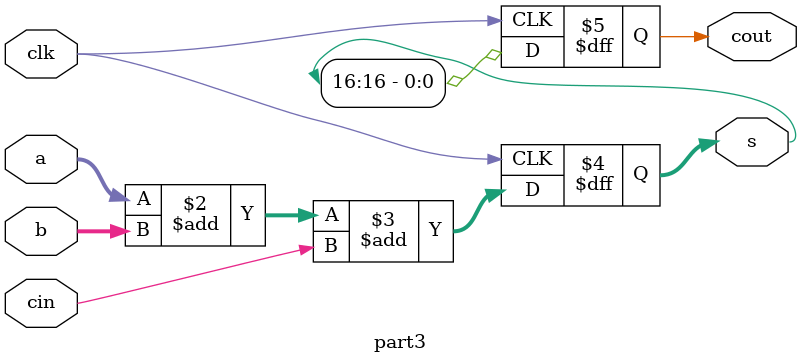
<source format=v>
`timescale 1ns / 1ps


module part3 #(parameter SIZE=16)(
    input [SIZE-1:0] a, b,
    input cin, clk,
    output reg [SIZE:0] s,
    output reg cout
    );
    always@(posedge clk) begin
        s <= a+b+cin;
        cout <= s[SIZE];
    end
    
endmodule

</source>
